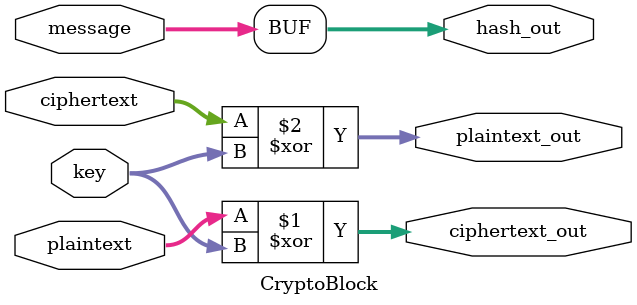
<source format=v>
module CryptoBlock (
  input [m-1:0] plaintext,
  input [k-1:0] key,
  input [m-1:0] ciphertext,
  input [m-1:0] message,
  output [m-1:0] ciphertext_out,
  output [m-1:0] plaintext_out,
  output [n-1:0] hash_out
);

parameter k = 128; // length of secret key in bits
parameter m = 256; // length of message in bits
parameter n = 256; // length of hash in bits

assign ciphertext_out = plaintext ^ key;

assign plaintext_out = ciphertext ^ key;

assign hash_out = message;

endmodule
</source>
